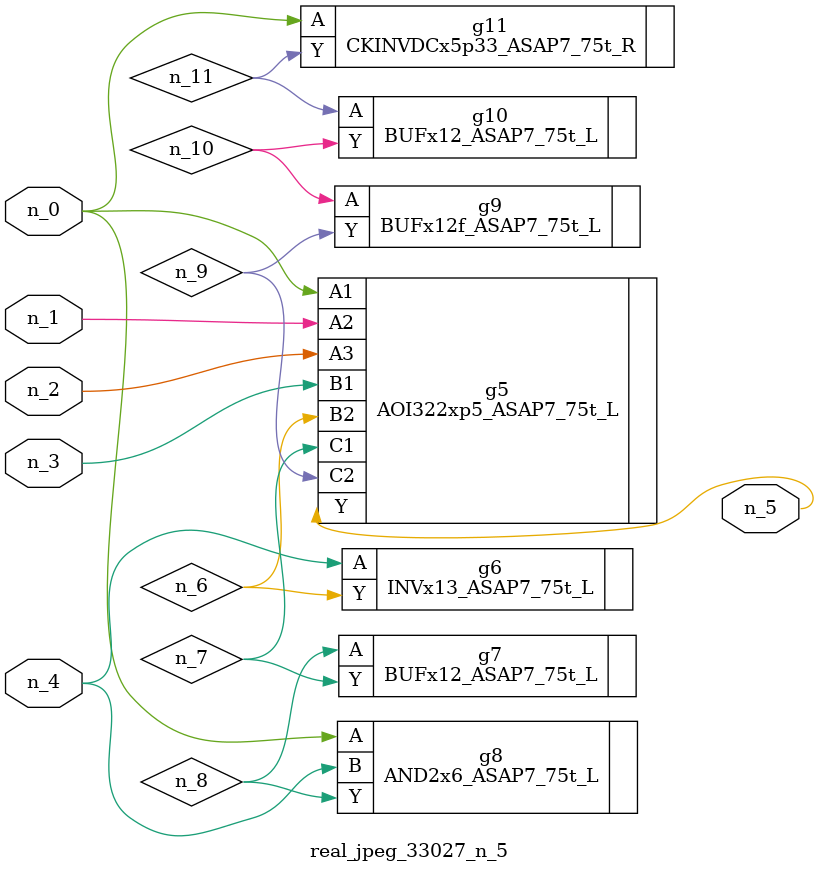
<source format=v>
module real_jpeg_33027_n_5 (n_4, n_0, n_1, n_2, n_3, n_5);

input n_4;
input n_0;
input n_1;
input n_2;
input n_3;

output n_5;

wire n_8;
wire n_11;
wire n_6;
wire n_7;
wire n_10;
wire n_9;

AOI322xp5_ASAP7_75t_L g5 ( 
.A1(n_0),
.A2(n_1),
.A3(n_2),
.B1(n_3),
.B2(n_6),
.C1(n_7),
.C2(n_9),
.Y(n_5)
);

AND2x6_ASAP7_75t_L g8 ( 
.A(n_0),
.B(n_4),
.Y(n_8)
);

CKINVDCx5p33_ASAP7_75t_R g11 ( 
.A(n_0),
.Y(n_11)
);

INVx13_ASAP7_75t_L g6 ( 
.A(n_4),
.Y(n_6)
);

BUFx12_ASAP7_75t_L g7 ( 
.A(n_8),
.Y(n_7)
);

BUFx12f_ASAP7_75t_L g9 ( 
.A(n_10),
.Y(n_9)
);

BUFx12_ASAP7_75t_L g10 ( 
.A(n_11),
.Y(n_10)
);


endmodule
</source>
